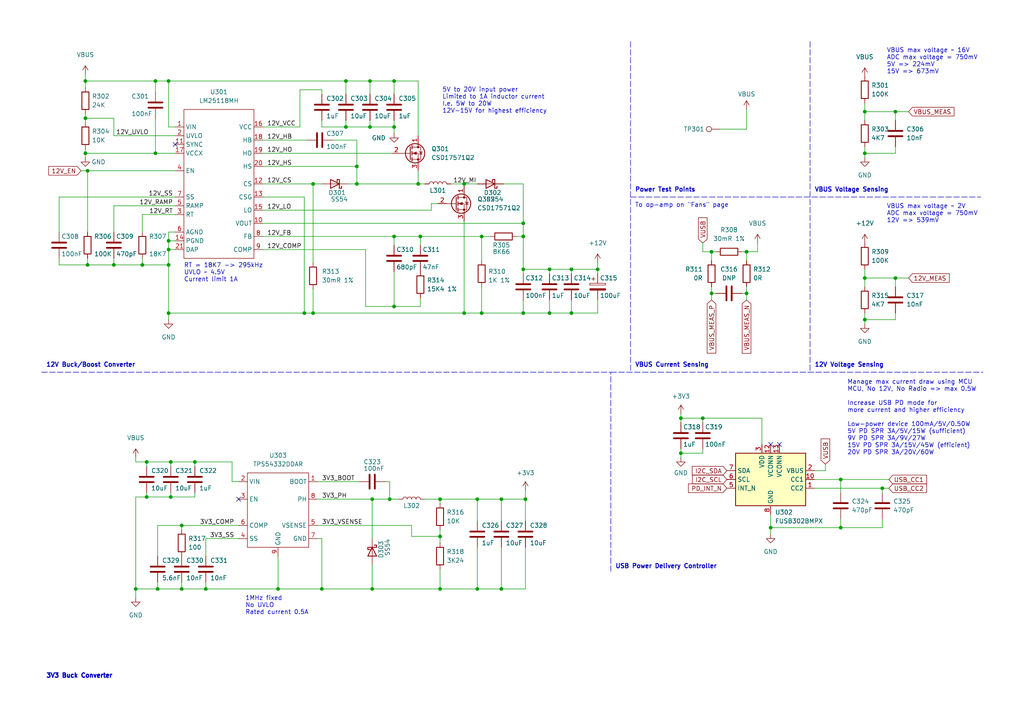
<source format=kicad_sch>
(kicad_sch (version 20211123) (generator eeschema)
  (paper "A4")
  (lib_symbols
    (symbol "Connector:TestPoint" (pin_numbers hide) (pin_names (offset 0.762) hide)
      (property "Reference" "TP" (at 0 6.858 0))
      (property "Value" "TestPoint" (at 0 5.08 0))
      (symbol "TestPoint_0_1"
        (circle (center 0 3.302) (radius 0.762))
      )
      (symbol "TestPoint_1_1"
        (pin passive line (at 0 0 90) (length 2.54) (name "1") (number "1"))
      )
    )
    (symbol "Device:C" (pin_numbers hide) (pin_names (offset 0.254))
      (property "Reference" "C" (at 0.635 2.54 0))
      (property "Value" "C" (at 0.635 -2.54 0))
      (symbol "C_0_1"
        (polyline (pts (xy -2.032 -0.762) (xy 2.032 -0.762)) (stroke (width 0.508)))
        (polyline (pts (xy -2.032 0.762) (xy 2.032 0.762)) (stroke (width 0.508)))
      )
      (symbol "C_1_1"
        (pin passive line (at 0 3.81 270) (length 2.794) (name "~") (number "1"))
        (pin passive line (at 0 -3.81 90) (length 2.794) (name "~") (number "2"))
      )
    )
    (symbol "Device:C_Polarized" (pin_numbers hide) (pin_names (offset 0.254))
      (property "Reference" "C" (at 0.635 2.54 0))
      (property "Value" "C_Polarized" (at 0.635 -2.54 0))
      (symbol "C_Polarized_0_1"
        (rectangle (start -2.286 0.508) (end 2.286 1.016))
        (polyline (pts (xy -1.778 2.286) (xy -0.762 2.286)))
        (polyline (pts (xy -1.27 2.794) (xy -1.27 1.778)))
        (rectangle (start 2.286 -0.508) (end -2.286 -1.016) (fill (type outline)))
      )
      (symbol "C_Polarized_1_1"
        (pin passive line (at 0 3.81 270) (length 2.794) (name "~") (number "1"))
        (pin passive line (at 0 -3.81 90) (length 2.794) (name "~") (number "2"))
      )
    )
    (symbol "Device:D_Schottky" (pin_numbers hide) (pin_names (offset 1.016) hide)
      (property "Reference" "D" (at 0 2.54 0))
      (property "Value" "D_Schottky" (at 0 -2.54 0))
      (symbol "D_Schottky_0_1"
        (polyline (pts (xy 1.27 0) (xy -1.27 0)))
        (polyline (pts (xy 1.27 1.27) (xy 1.27 -1.27) (xy -1.27 0) (xy 1.27 1.27)) (stroke (width 0.254)))
        (polyline (pts (xy -1.905 0.635) (xy -1.905 1.27) (xy -1.27 1.27) (xy -1.27 -1.27) (xy -0.635 -1.27) (xy -0.635 -0.635)) (stroke (width 0.254)))
      )
      (symbol "D_Schottky_1_1"
        (pin passive line (at -3.81 0 0) (length 2.54) (name "K") (number "1"))
        (pin passive line (at 3.81 0 180) (length 2.54) (name "A") (number "2"))
      )
    )
    (symbol "Device:L" (pin_numbers hide) (pin_names (offset 1.016) hide)
      (property "Reference" "L" (at -1.27 0 90))
      (property "Value" "L" (at 1.905 0 90))
      (symbol "L_0_1"
        (arc (start 0 -2.54) (mid 0.635 -1.905) (end 0 -1.27))
        (arc (start 0 -1.27) (mid 0.635 -0.635) (end 0 0))
        (arc (start 0 0) (mid 0.635 0.635) (end 0 1.27))
        (arc (start 0 1.27) (mid 0.635 1.905) (end 0 2.54))
      )
      (symbol "L_1_1"
        (pin passive line (at 0 3.81 270) (length 1.27) (name "1") (number "1"))
        (pin passive line (at 0 -3.81 90) (length 1.27) (name "2") (number "2"))
      )
    )
    (symbol "Device:Q_NMOS_DGS" (pin_names (offset 0) hide)
      (property "Reference" "Q" (at 5.08 1.27 0))
      (property "Value" "Q_NMOS_DGS" (at 5.08 -1.27 0))
      (symbol "Q_NMOS_DGS_0_1"
        (polyline (pts (xy 0.254 0) (xy -2.54 0)))
        (polyline (pts (xy 0.254 1.905) (xy 0.254 -1.905)) (stroke (width 0.254)))
        (polyline (pts (xy 0.762 -1.27) (xy 0.762 -2.286)) (stroke (width 0.254)))
        (polyline (pts (xy 0.762 0.508) (xy 0.762 -0.508)) (stroke (width 0.254)))
        (polyline (pts (xy 0.762 2.286) (xy 0.762 1.27)) (stroke (width 0.254)))
        (polyline (pts (xy 2.54 2.54) (xy 2.54 1.778)))
        (polyline (pts (xy 2.54 -2.54) (xy 2.54 0) (xy 0.762 0)))
        (polyline (pts (xy 0.762 -1.778) (xy 3.302 -1.778) (xy 3.302 1.778) (xy 0.762 1.778)))
        (polyline (pts (xy 1.016 0) (xy 2.032 0.381) (xy 2.032 -0.381) (xy 1.016 0)) (fill (type outline)))
        (polyline (pts (xy 2.794 0.508) (xy 2.921 0.381) (xy 3.683 0.381) (xy 3.81 0.254)))
        (polyline (pts (xy 3.302 0.381) (xy 2.921 -0.254) (xy 3.683 -0.254) (xy 3.302 0.381)))
        (circle (center 1.651 0) (radius 2.794) (stroke (width 0.254)))
        (circle (center 2.54 -1.778) (radius 0.254) (fill (type outline)))
        (circle (center 2.54 1.778) (radius 0.254) (fill (type outline)))
      )
      (symbol "Q_NMOS_DGS_1_1"
        (pin passive line (at 2.54 5.08 270) (length 2.54) (name "D") (number "1"))
        (pin input line (at -5.08 0 0) (length 2.54) (name "G") (number "2"))
        (pin passive line (at 2.54 -5.08 90) (length 2.54) (name "S") (number "3"))
      )
    )
    (symbol "Device:R" (pin_numbers hide) (pin_names (offset 0))
      (property "Reference" "R" (at 2.032 0 90))
      (property "Value" "R" (at 0 0 90))
      (symbol "R_0_1"
        (rectangle (start -1.016 -2.54) (end 1.016 2.54) (stroke (width 0.254)))
      )
      (symbol "R_1_1"
        (pin passive line (at 0 3.81 270) (length 1.27) (name "~") (number "1"))
        (pin passive line (at 0 -3.81 90) (length 1.27) (name "~") (number "2"))
      )
    )
    (symbol "Interface_USB:FUSB302BMPX"
      (property "Reference" "U" (at -10.16 8.89 0))
      (property "Value" "FUSB302BMPX" (at 3.81 8.89 0))
      (symbol "FUSB302BMPX_0_1"
        (rectangle (start -10.16 7.62) (end 10.16 -7.62) (stroke (width 0.254)) (fill (type background)))
      )
      (symbol "FUSB302BMPX_1_1"
        (pin bidirectional line (at 12.7 -2.54 180) (length 2.54) (name "CC2") (number "1"))
        (pin bidirectional line (at 12.7 0 180) (length 2.54) (name "CC1") (number "10"))
        (pin bidirectional line (at 12.7 0 180) (length 2.54) hide (name "CC1") (number "11"))
        (pin power_in line (at 0 10.16 270) (length 2.54) (name "VCONN") (number "12"))
        (pin power_in line (at 2.54 10.16 270) (length 2.54) (name "VCONN") (number "13"))
        (pin bidirectional line (at 12.7 -2.54 180) (length 2.54) hide (name "CC2") (number "14"))
        (pin passive line (at 0 -10.16 90) (length 2.54) hide (name "GND") (number "15"))
        (pin input line (at 12.7 2.54 180) (length 2.54) (name "VBUS") (number "2"))
        (pin power_in line (at -2.54 10.16 270) (length 2.54) (name "VDD") (number "3"))
        (pin passive line (at -2.54 10.16 270) (length 2.54) hide (name "VDD") (number "4"))
        (pin open_collector line (at -12.7 -2.54 0) (length 2.54) (name "INT_N") (number "5"))
        (pin input line (at -12.7 0 0) (length 2.54) (name "SCL") (number "6"))
        (pin bidirectional line (at -12.7 2.54 0) (length 2.54) (name "SDA") (number "7"))
        (pin power_in line (at 0 -10.16 90) (length 2.54) (name "GND") (number "8"))
        (pin passive line (at 0 -10.16 90) (length 2.54) hide (name "GND") (number "9"))
      )
    )
    (symbol "fancontroller:LM25118MH"
      (property "Reference" "U" (at 12.7 -24.13 0))
      (property "Value" "LM25118MH" (at 0 20.32 0))
      (property "LCSC" "C470962" (at 0 0 0))
      (symbol "LM25118MH_0_1"
        (rectangle (start -10.16 21.59) (end 10.16 -21.59))
      )
      (symbol "LM25118MH_1_1"
        (pin power_in line (at -12.7 16.51 0) (length 2.54) (name "VIN") (number "1"))
        (pin input line (at 12.7 -11.43 180) (length 2.54) (name "VOUT") (number "10"))
        (pin input line (at -12.7 11.43 0) (length 2.54) (name "SYNC") (number "11"))
        (pin input line (at 12.7 0 180) (length 2.54) (name "CS") (number "12"))
        (pin input line (at 12.7 -3.81 180) (length 2.54) (name "CSG") (number "13"))
        (pin power_out line (at -12.7 -16.51 0) (length 2.54) (name "PGND") (number "14"))
        (pin power_out line (at 12.7 -7.62 180) (length 2.54) (name "LO") (number "15"))
        (pin power_out line (at 12.7 16.51 180) (length 2.54) (name "VCC") (number "16"))
        (pin input line (at -12.7 8.89 0) (length 2.54) (name "VCCX") (number "17"))
        (pin bidirectional line (at 12.7 12.7 180) (length 2.54) (name "HB") (number "18"))
        (pin output line (at 12.7 8.89 180) (length 2.54) (name "HO") (number "19"))
        (pin input line (at -12.7 13.97 0) (length 2.54) (name "UVLO") (number "2"))
        (pin input line (at 12.7 5.08 180) (length 2.54) (name "HS") (number "20"))
        (pin power_out line (at -12.7 -19.05 0) (length 2.54) (name "DAP") (number "21"))
        (pin bidirectional line (at -12.7 -8.89 0) (length 2.54) (name "RT") (number "3"))
        (pin input line (at -12.7 3.81 0) (length 2.54) (name "EN") (number "4"))
        (pin bidirectional line (at -12.7 -6.35 0) (length 2.54) (name "RAMP") (number "5"))
        (pin power_out line (at -12.7 -13.97 0) (length 2.54) (name "AGND") (number "6"))
        (pin bidirectional line (at -12.7 -3.81 0) (length 2.54) (name "SS") (number "7"))
        (pin input line (at 12.7 -15.24 180) (length 2.54) (name "FB") (number "8"))
        (pin input line (at 12.7 -19.05 180) (length 2.54) (name "COMP") (number "9"))
      )
    )
    (symbol "fancontroller:TPS54332DDAR"
      (property "Reference" "U" (at 10.16 -15.24 0))
      (property "Value" "TPS54332DDAR" (at 10.16 -12.7 0))
      (property "LCSC" "C41312" (at 0 -22.86 0))
      (symbol "TPS54332DDAR_0_1"
        (rectangle (start -8.89 11.43) (end 8.89 -10.16))
      )
      (symbol "TPS54332DDAR_1_1"
        (pin input line (at 11.43 8.89 180) (length 2.54) (name "BOOT") (number "1"))
        (pin power_in line (at -11.43 8.89 0) (length 2.54) (name "VIN") (number "2"))
        (pin input line (at -11.43 3.81 0) (length 2.54) (name "EN") (number "3"))
        (pin bidirectional line (at -11.43 -7.62 0) (length 2.54) (name "SS") (number "4"))
        (pin input line (at 11.43 -3.81 180) (length 2.54) (name "VSENSE") (number "5"))
        (pin input line (at -11.43 -3.81 0) (length 2.54) (name "COMP") (number "6"))
        (pin power_in line (at 11.43 -7.62 180) (length 2.54) (name "GND") (number "7"))
        (pin power_out line (at 11.43 3.81 180) (length 2.54) (name "PH") (number "8"))
        (pin power_in line (at 0 -12.7 90) (length 2.54) (name "GND") (number "9"))
      )
    )
    (symbol "power:+12V" (power) (pin_names (offset 0))
      (property "Value" "+12V" (at 0 3.556 0))
      (symbol "+12V_0_1"
        (polyline (pts (xy -0.762 1.27) (xy 0 2.54)))
        (polyline (pts (xy 0 0) (xy 0 2.54)))
        (polyline (pts (xy 0 2.54) (xy 0.762 1.27)))
      )
      (symbol "+12V_1_1"
        (pin power_in line (at 0 0 90) (length 0) hide (name "+12V") (number "1"))
      )
    )
    (symbol "power:+3V3" (power) (pin_names (offset 0))
      (property "Value" "+3V3" (at 0 3.556 0))
      (symbol "+3V3_0_1"
        (polyline (pts (xy -0.762 1.27) (xy 0 2.54)))
        (polyline (pts (xy 0 0) (xy 0 2.54)))
        (polyline (pts (xy 0 2.54) (xy 0.762 1.27)))
      )
      (symbol "+3V3_1_1"
        (pin power_in line (at 0 0 90) (length 0) hide (name "+3V3") (number "1"))
      )
    )
    (symbol "power:GND" (power) (pin_names (offset 0))
      (property "Value" "GND" (at 0 -3.81 0))
      (symbol "GND_0_1"
        (polyline (pts (xy 0 0) (xy 0 -1.27) (xy 1.27 -1.27) (xy 0 -2.54) (xy -1.27 -1.27) (xy 0 -1.27)))
      )
      (symbol "GND_1_1"
        (pin power_in line (at 0 0 270) (length 0) hide (name "GND") (number "1"))
      )
    )
    (symbol "power:VBUS" (power) (pin_names (offset 0))
      (property "Value" "VBUS" (at 0 3.81 0))
      (symbol "VBUS_0_1"
        (polyline (pts (xy -0.762 1.27) (xy 0 2.54)))
        (polyline (pts (xy 0 0) (xy 0 2.54)))
        (polyline (pts (xy 0 2.54) (xy 0.762 1.27)))
      )
      (symbol "VBUS_1_1"
        (pin power_in line (at 0 0 90) (length 0) hide (name "VBUS") (number "1"))
      )
    )
  )
  (junction (at 25.4 49.53))
  (junction (at 206.375 73.025))
  (junction (at 216.535 73.025))
  (junction (at 259.715 80.645))
  (junction (at 145.415 170.815))
  (junction (at 39.37 170.815))
  (junction (at 33.02 76.835))
  (junction (at 134.62 53.34))
  (junction (at 250.825 92.71))
  (junction (at 103.505 53.34))
  (junction (at 45.085 23.495))
  (junction (at 45.085 44.45))
  (junction (at 145.415 144.78))
  (junction (at 259.715 32.385))
  (junction (at 24.765 44.45))
  (junction (at 216.535 85.09))
  (junction (at 49.53 144.145))
  (junction (at 88.265 90.805))
  (junction (at 56.515 133.985))
  (junction (at 250.825 32.385))
  (junction (at 48.895 76.835))
  (junction (at 49.53 133.985))
  (junction (at 197.485 131.445))
  (junction (at 243.84 139.065))
  (junction (at 48.895 72.39))
  (junction (at 139.7 90.805))
  (junction (at 48.895 69.85))
  (junction (at 45.72 170.815))
  (junction (at 113.03 144.78))
  (junction (at 159.385 90.805))
  (junction (at 138.43 170.815))
  (junction (at 80.645 170.815))
  (junction (at 250.825 44.45))
  (junction (at 139.7 68.58))
  (junction (at 151.765 64.77))
  (junction (at 59.69 170.815))
  (junction (at 24.765 23.495))
  (junction (at 52.705 170.815))
  (junction (at 203.835 121.285))
  (junction (at 151.765 90.805))
  (junction (at 107.95 144.78))
  (junction (at 159.385 78.105))
  (junction (at 100.33 36.83))
  (junction (at 48.895 90.805))
  (junction (at 107.315 23.495))
  (junction (at 90.805 53.34))
  (junction (at 42.545 144.145))
  (junction (at 138.43 144.78))
  (junction (at 103.505 48.26))
  (junction (at 165.735 90.805))
  (junction (at 114.3 36.83))
  (junction (at 114.3 68.58))
  (junction (at 250.825 80.645))
  (junction (at 197.485 121.285))
  (junction (at 41.275 76.835))
  (junction (at 114.3 88.9))
  (junction (at 107.315 36.83))
  (junction (at 100.33 23.495))
  (junction (at 25.4 76.835))
  (junction (at 243.84 153.035))
  (junction (at 223.52 153.035))
  (junction (at 151.765 78.105))
  (junction (at 206.375 85.09))
  (junction (at 151.765 68.58))
  (junction (at 107.95 170.815))
  (junction (at 48.895 23.495))
  (junction (at 93.345 170.815))
  (junction (at 127.635 144.78))
  (junction (at 173.355 78.105))
  (junction (at 52.705 152.4))
  (junction (at 127.635 170.815))
  (junction (at 121.92 68.58))
  (junction (at 255.905 141.605))
  (junction (at 152.4 144.78))
  (junction (at 90.805 90.805))
  (junction (at 121.285 53.34))
  (junction (at 42.545 133.985))
  (junction (at 24.765 34.29))
  (junction (at 127.635 155.575))
  (junction (at 114.3 23.495))
  (junction (at 165.735 78.105))
  (junction (at 134.62 90.805))
  (no_connect (at 223.52 128.905))
  (no_connect (at 226.06 128.905))
  (no_connect (at 50.8 41.91))
  (no_connect (at 69.215 144.78))
  (wire (pts (xy 107.95 144.78) (xy 113.03 144.78)))
  (wire (pts (xy 88.265 90.805) (xy 90.805 90.805)))
  (wire (pts (xy 25.4 49.53) (xy 50.8 49.53)))
  (wire (pts (xy 107.95 163.83) (xy 107.95 170.815)))
  (wire (pts (xy 100.965 53.34) (xy 103.505 53.34)))
  (wire (pts (xy 216.535 85.09) (xy 216.535 86.995)))
  (wire (pts (xy 250.825 32.385) (xy 259.715 32.385)))
  (wire (pts (xy 113.03 144.78) (xy 113.03 139.7)))
  (wire (pts (xy 259.715 44.45) (xy 259.715 42.545)))
  (wire (pts (xy 197.485 131.445) (xy 203.835 131.445)))
  (wire (pts (xy 139.7 68.58) (xy 142.24 68.58)))
  (wire (pts (xy 197.485 122.555) (xy 197.485 121.285)))
  (wire (pts (xy 203.835 73.025) (xy 206.375 73.025)))
  (wire (pts (xy 90.805 90.805) (xy 134.62 90.805)))
  (wire (pts (xy 203.835 70.485) (xy 203.835 73.025)))
  (wire (pts (xy 114.3 78.74) (xy 114.3 88.9)))
  (wire (pts (xy 76.2 57.15) (xy 88.265 57.15)))
  (wire (pts (xy 159.385 79.375) (xy 159.385 78.105)))
  (wire (pts (xy 145.415 144.78) (xy 152.4 144.78)))
  (wire (pts (xy 33.02 76.835) (xy 41.275 76.835)))
  (wire (pts (xy 100.33 23.495) (xy 107.315 23.495)))
  (wire (pts (xy 121.285 53.34) (xy 123.19 53.34)))
  (wire (pts (xy 76.2 36.83) (xy 86.995 36.83)))
  (wire (pts (xy 67.31 133.985) (xy 67.31 139.7)))
  (polyline (pts (xy 182.88 57.15) (xy 284.48 57.15)))
  (wire (pts (xy 159.385 86.995) (xy 159.385 90.805)))
  (wire (pts (xy 93.345 27.305) (xy 93.345 26.035)))
  (wire (pts (xy 56.515 142.875) (xy 56.515 144.145)))
  (wire (pts (xy 39.37 144.145) (xy 39.37 170.815)))
  (wire (pts (xy 121.92 88.9) (xy 121.92 86.36)))
  (wire (pts (xy 33.02 39.37) (xy 50.8 39.37)))
  (wire (pts (xy 103.505 40.64) (xy 103.505 48.26)))
  (wire (pts (xy 103.505 53.34) (xy 121.285 53.34)))
  (wire (pts (xy 48.895 72.39) (xy 48.895 76.835)))
  (wire (pts (xy 59.69 156.21) (xy 59.69 161.29)))
  (wire (pts (xy 45.72 161.29) (xy 45.72 152.4)))
  (wire (pts (xy 107.315 23.495) (xy 107.315 27.305)))
  (wire (pts (xy 48.895 72.39) (xy 50.8 72.39)))
  (wire (pts (xy 223.52 153.035) (xy 223.52 154.94)))
  (wire (pts (xy 165.735 78.105) (xy 165.735 79.375)))
  (wire (pts (xy 138.43 144.78) (xy 138.43 151.13)))
  (wire (pts (xy 114.3 36.83) (xy 114.3 38.735)))
  (wire (pts (xy 243.84 153.035) (xy 255.905 153.035)))
  (wire (pts (xy 250.825 80.645) (xy 259.715 80.645)))
  (wire (pts (xy 134.62 53.975) (xy 134.62 53.34)))
  (wire (pts (xy 250.825 44.45) (xy 250.825 45.72)))
  (wire (pts (xy 145.415 144.78) (xy 138.43 144.78)))
  (wire (pts (xy 42.545 144.145) (xy 42.545 142.875)))
  (wire (pts (xy 243.84 153.035) (xy 243.84 150.495)))
  (wire (pts (xy 259.715 32.385) (xy 259.715 34.925)))
  (wire (pts (xy 76.2 44.45) (xy 113.665 44.45)))
  (wire (pts (xy 39.37 133.985) (xy 42.545 133.985)))
  (wire (pts (xy 45.72 152.4) (xy 52.705 152.4)))
  (wire (pts (xy 25.4 76.835) (xy 33.02 76.835)))
  (wire (pts (xy 223.52 153.035) (xy 243.84 153.035)))
  (wire (pts (xy 100.33 36.83) (xy 107.315 36.83)))
  (wire (pts (xy 145.415 170.815) (xy 152.4 170.815)))
  (wire (pts (xy 24.765 44.45) (xy 45.085 44.45)))
  (wire (pts (xy 216.535 83.185) (xy 216.535 85.09)))
  (wire (pts (xy 215.265 85.09) (xy 216.535 85.09)))
  (wire (pts (xy 56.515 133.985) (xy 56.515 135.255)))
  (wire (pts (xy 250.825 78.105) (xy 250.825 80.645)))
  (wire (pts (xy 250.825 32.385) (xy 250.825 34.925)))
  (wire (pts (xy 48.895 72.39) (xy 48.895 69.85)))
  (wire (pts (xy 100.33 27.305) (xy 100.33 23.495)))
  (wire (pts (xy 41.275 76.835) (xy 48.895 76.835)))
  (wire (pts (xy 106.045 72.39) (xy 106.045 88.9)))
  (wire (pts (xy 138.43 158.75) (xy 138.43 170.815)))
  (wire (pts (xy 48.895 67.31) (xy 50.8 67.31)))
  (wire (pts (xy 127.635 165.1) (xy 127.635 170.815)))
  (wire (pts (xy 121.92 68.58) (xy 139.7 68.58)))
  (wire (pts (xy 50.8 62.23) (xy 41.275 62.23)))
  (wire (pts (xy 48.895 90.805) (xy 48.895 92.71)))
  (wire (pts (xy 92.075 144.78) (xy 107.95 144.78)))
  (wire (pts (xy 48.895 23.495) (xy 48.895 36.83)))
  (wire (pts (xy 255.905 153.035) (xy 255.905 150.495)))
  (wire (pts (xy 151.765 53.34) (xy 151.765 64.77)))
  (wire (pts (xy 121.285 49.53) (xy 121.285 53.34)))
  (wire (pts (xy 48.895 36.83) (xy 50.8 36.83)))
  (wire (pts (xy 114.3 36.83) (xy 114.3 34.925)))
  (wire (pts (xy 48.895 23.495) (xy 100.33 23.495)))
  (wire (pts (xy 76.2 40.64) (xy 88.9 40.64)))
  (wire (pts (xy 92.075 152.4) (xy 119.38 152.4)))
  (wire (pts (xy 125.095 59.055) (xy 127 59.055)))
  (wire (pts (xy 45.085 23.495) (xy 48.895 23.495)))
  (wire (pts (xy 24.765 23.495) (xy 24.765 25.4)))
  (wire (pts (xy 49.53 142.875) (xy 49.53 144.145)))
  (wire (pts (xy 106.045 88.9) (xy 114.3 88.9)))
  (wire (pts (xy 145.415 158.75) (xy 145.415 170.815)))
  (wire (pts (xy 25.4 74.93) (xy 25.4 76.835)))
  (wire (pts (xy 52.705 170.815) (xy 45.72 170.815)))
  (wire (pts (xy 219.71 70.485) (xy 219.71 73.025)))
  (wire (pts (xy 90.805 53.34) (xy 93.345 53.34)))
  (wire (pts (xy 152.4 144.78) (xy 152.4 151.13)))
  (wire (pts (xy 92.075 139.7) (xy 104.14 139.7)))
  (wire (pts (xy 76.2 68.58) (xy 114.3 68.58)))
  (wire (pts (xy 76.2 60.96) (xy 125.095 60.96)))
  (wire (pts (xy 45.72 170.815) (xy 45.72 168.91)))
  (wire (pts (xy 45.085 23.495) (xy 45.085 26.67)))
  (wire (pts (xy 107.315 36.83) (xy 114.3 36.83)))
  (wire (pts (xy 255.905 141.605) (xy 257.81 141.605)))
  (wire (pts (xy 159.385 90.805) (xy 165.735 90.805)))
  (wire (pts (xy 216.535 73.025) (xy 219.71 73.025)))
  (wire (pts (xy 93.345 156.21) (xy 93.345 170.815)))
  (wire (pts (xy 67.31 139.7) (xy 69.215 139.7)))
  (wire (pts (xy 42.545 144.145) (xy 39.37 144.145)))
  (wire (pts (xy 208.915 37.465) (xy 216.535 37.465)))
  (wire (pts (xy 24.765 33.02) (xy 24.765 34.29)))
  (wire (pts (xy 206.375 83.185) (xy 206.375 85.09)))
  (wire (pts (xy 173.355 76.2) (xy 173.355 78.105)))
  (wire (pts (xy 134.62 53.34) (xy 138.43 53.34)))
  (wire (pts (xy 39.37 132.715) (xy 39.37 133.985)))
  (wire (pts (xy 259.715 80.645) (xy 263.525 80.645)))
  (wire (pts (xy 134.62 64.135) (xy 134.62 90.805)))
  (wire (pts (xy 42.545 133.985) (xy 42.545 135.255)))
  (wire (pts (xy 127.635 170.815) (xy 138.43 170.815)))
  (wire (pts (xy 216.535 37.465) (xy 216.535 31.75)))
  (wire (pts (xy 33.02 34.29) (xy 33.02 39.37)))
  (wire (pts (xy 173.355 78.105) (xy 173.355 79.375)))
  (wire (pts (xy 33.02 74.93) (xy 33.02 76.835)))
  (wire (pts (xy 113.03 144.78) (xy 115.57 144.78)))
  (wire (pts (xy 24.765 21.59) (xy 24.765 23.495)))
  (wire (pts (xy 24.765 34.29) (xy 24.765 35.56)))
  (wire (pts (xy 139.7 75.565) (xy 139.7 68.58)))
  (wire (pts (xy 203.835 121.285) (xy 220.98 121.285)))
  (wire (pts (xy 93.345 34.925) (xy 93.345 36.83)))
  (wire (pts (xy 114.3 23.495) (xy 114.3 27.305)))
  (wire (pts (xy 236.22 139.065) (xy 243.84 139.065)))
  (wire (pts (xy 41.275 62.23) (xy 41.275 67.31)))
  (wire (pts (xy 41.275 74.93) (xy 41.275 76.835)))
  (wire (pts (xy 145.415 144.78) (xy 145.415 151.13)))
  (wire (pts (xy 92.075 156.21) (xy 93.345 156.21)))
  (wire (pts (xy 24.765 34.29) (xy 33.02 34.29)))
  (wire (pts (xy 45.085 34.29) (xy 45.085 44.45)))
  (wire (pts (xy 93.345 36.83) (xy 100.33 36.83)))
  (wire (pts (xy 151.765 90.805) (xy 159.385 90.805)))
  (wire (pts (xy 48.895 69.85) (xy 50.8 69.85)))
  (wire (pts (xy 24.765 44.45) (xy 24.765 45.72)))
  (wire (pts (xy 100.33 36.83) (xy 100.33 34.925)))
  (wire (pts (xy 223.52 149.225) (xy 223.52 153.035)))
  (wire (pts (xy 17.145 57.15) (xy 50.8 57.15)))
  (wire (pts (xy 121.285 23.495) (xy 114.3 23.495)))
  (wire (pts (xy 96.52 40.64) (xy 103.505 40.64)))
  (wire (pts (xy 76.2 72.39) (xy 106.045 72.39)))
  (wire (pts (xy 56.515 144.145) (xy 49.53 144.145)))
  (wire (pts (xy 59.69 168.91) (xy 59.69 170.815)))
  (wire (pts (xy 33.02 59.69) (xy 33.02 67.31)))
  (wire (pts (xy 76.2 48.26) (xy 103.505 48.26)))
  (wire (pts (xy 206.375 85.09) (xy 207.645 85.09)))
  (wire (pts (xy 52.705 170.815) (xy 52.705 168.91)))
  (wire (pts (xy 59.69 170.815) (xy 52.705 170.815)))
  (polyline (pts (xy 234.95 12.065) (xy 234.95 107.95)))
  (wire (pts (xy 42.545 144.145) (xy 49.53 144.145)))
  (wire (pts (xy 103.505 48.26) (xy 103.505 53.34)))
  (wire (pts (xy 149.86 68.58) (xy 151.765 68.58)))
  (wire (pts (xy 39.37 173.355) (xy 39.37 170.815)))
  (polyline (pts (xy 182.88 12.065) (xy 182.88 107.95)))
  (wire (pts (xy 49.53 133.985) (xy 49.53 135.255)))
  (polyline (pts (xy 12.065 107.95) (xy 177.165 107.95)))
  (wire (pts (xy 86.995 26.035) (xy 93.345 26.035)))
  (wire (pts (xy 151.765 68.58) (xy 151.765 78.105)))
  (wire (pts (xy 151.765 68.58) (xy 151.765 64.77)))
  (wire (pts (xy 80.645 170.815) (xy 93.345 170.815)))
  (wire (pts (xy 236.22 141.605) (xy 255.905 141.605)))
  (wire (pts (xy 250.825 44.45) (xy 259.715 44.45)))
  (wire (pts (xy 90.805 83.82) (xy 90.805 90.805)))
  (wire (pts (xy 259.715 32.385) (xy 263.525 32.385)))
  (wire (pts (xy 127.635 144.78) (xy 138.43 144.78)))
  (wire (pts (xy 130.81 53.34) (xy 134.62 53.34)))
  (wire (pts (xy 138.43 170.815) (xy 145.415 170.815)))
  (wire (pts (xy 197.485 131.445) (xy 197.485 132.715)))
  (wire (pts (xy 125.095 60.96) (xy 125.095 59.055)))
  (wire (pts (xy 139.7 90.805) (xy 151.765 90.805)))
  (wire (pts (xy 250.825 42.545) (xy 250.825 44.45)))
  (wire (pts (xy 119.38 152.4) (xy 119.38 155.575)))
  (wire (pts (xy 259.715 80.645) (xy 259.715 83.185)))
  (wire (pts (xy 250.825 29.845) (xy 250.825 32.385)))
  (wire (pts (xy 239.395 134.62) (xy 239.395 136.525)))
  (wire (pts (xy 76.2 64.77) (xy 151.765 64.77)))
  (wire (pts (xy 127.635 144.78) (xy 127.635 146.05)))
  (wire (pts (xy 88.265 57.15) (xy 88.265 90.805)))
  (wire (pts (xy 17.145 57.15) (xy 17.145 67.31)))
  (wire (pts (xy 25.4 49.53) (xy 25.4 67.31)))
  (wire (pts (xy 121.285 23.495) (xy 121.285 39.37)))
  (wire (pts (xy 203.835 131.445) (xy 203.835 130.175)))
  (wire (pts (xy 119.38 155.575) (xy 127.635 155.575)))
  (wire (pts (xy 90.805 53.34) (xy 90.805 76.2)))
  (wire (pts (xy 152.4 142.24) (xy 152.4 144.78)))
  (wire (pts (xy 255.905 141.605) (xy 255.905 142.875)))
  (wire (pts (xy 165.735 86.995) (xy 165.735 90.805)))
  (wire (pts (xy 24.765 43.18) (xy 24.765 44.45)))
  (wire (pts (xy 76.2 53.34) (xy 90.805 53.34)))
  (wire (pts (xy 52.705 152.4) (xy 52.705 153.67)))
  (wire (pts (xy 236.22 136.525) (xy 239.395 136.525)))
  (wire (pts (xy 114.3 88.9) (xy 121.92 88.9)))
  (wire (pts (xy 139.7 83.185) (xy 139.7 90.805)))
  (wire (pts (xy 165.735 78.105) (xy 173.355 78.105)))
  (wire (pts (xy 17.145 76.835) (xy 25.4 76.835)))
  (wire (pts (xy 48.895 90.805) (xy 88.265 90.805)))
  (wire (pts (xy 165.735 90.805) (xy 173.355 90.805)))
  (wire (pts (xy 93.345 170.815) (xy 107.95 170.815)))
  (wire (pts (xy 206.375 73.025) (xy 206.375 75.565)))
  (polyline (pts (xy 177.165 165.735) (xy 177.165 107.95)))
  (wire (pts (xy 80.645 161.29) (xy 80.645 170.815)))
  (wire (pts (xy 243.84 139.065) (xy 257.81 139.065)))
  (wire (pts (xy 152.4 158.75) (xy 152.4 170.815)))
  (wire (pts (xy 23.495 49.53) (xy 25.4 49.53)))
  (wire (pts (xy 59.69 156.21) (xy 69.215 156.21)))
  (wire (pts (xy 121.92 68.58) (xy 121.92 71.12)))
  (wire (pts (xy 123.19 144.78) (xy 127.635 144.78)))
  (wire (pts (xy 159.385 78.105) (xy 165.735 78.105)))
  (wire (pts (xy 250.825 92.71) (xy 250.825 93.98)))
  (wire (pts (xy 215.265 73.025) (xy 216.535 73.025)))
  (wire (pts (xy 114.3 68.58) (xy 121.92 68.58)))
  (wire (pts (xy 17.145 74.93) (xy 17.145 76.835)))
  (wire (pts (xy 107.315 36.83) (xy 107.315 34.925)))
  (wire (pts (xy 49.53 133.985) (xy 56.515 133.985)))
  (wire (pts (xy 107.315 23.495) (xy 114.3 23.495)))
  (wire (pts (xy 216.535 73.025) (xy 216.535 75.565)))
  (wire (pts (xy 206.375 73.025) (xy 207.645 73.025)))
  (wire (pts (xy 45.085 44.45) (xy 50.8 44.45)))
  (wire (pts (xy 250.825 92.71) (xy 259.715 92.71)))
  (wire (pts (xy 107.95 170.815) (xy 127.635 170.815)))
  (wire (pts (xy 86.995 36.83) (xy 86.995 26.035)))
  (wire (pts (xy 50.8 59.69) (xy 33.02 59.69)))
  (wire (pts (xy 243.84 139.065) (xy 243.84 142.875)))
  (wire (pts (xy 173.355 86.995) (xy 173.355 90.805)))
  (wire (pts (xy 42.545 133.985) (xy 49.53 133.985)))
  (wire (pts (xy 111.76 139.7) (xy 113.03 139.7)))
  (wire (pts (xy 107.95 144.78) (xy 107.95 156.21)))
  (wire (pts (xy 151.765 78.105) (xy 151.765 79.375)))
  (wire (pts (xy 56.515 133.985) (xy 67.31 133.985)))
  (wire (pts (xy 59.69 170.815) (xy 80.645 170.815)))
  (wire (pts (xy 206.375 85.09) (xy 206.375 86.995)))
  (wire (pts (xy 146.05 53.34) (xy 151.765 53.34)))
  (wire (pts (xy 250.825 80.645) (xy 250.825 83.185)))
  (wire (pts (xy 114.3 68.58) (xy 114.3 71.12)))
  (wire (pts (xy 197.485 120.015) (xy 197.485 121.285)))
  (wire (pts (xy 203.835 121.285) (xy 203.835 122.555)))
  (wire (pts (xy 127.635 153.67) (xy 127.635 155.575)))
  (polyline (pts (xy 177.165 107.95) (xy 285.115 107.95)))
  (wire (pts (xy 52.705 152.4) (xy 69.215 152.4)))
  (wire (pts (xy 220.98 121.285) (xy 220.98 128.905)))
  (wire (pts (xy 48.895 69.85) (xy 48.895 67.31)))
  (wire (pts (xy 197.485 130.175) (xy 197.485 131.445)))
  (wire (pts (xy 197.485 121.285) (xy 203.835 121.285)))
  (wire (pts (xy 48.895 76.835) (xy 48.895 90.805)))
  (wire (pts (xy 127.635 155.575) (xy 127.635 157.48)))
  (wire (pts (xy 259.715 92.71) (xy 259.715 90.805)))
  (wire (pts (xy 134.62 90.805) (xy 139.7 90.805)))
  (wire (pts (xy 159.385 78.105) (xy 151.765 78.105)))
  (wire (pts (xy 151.765 86.995) (xy 151.765 90.805)))
  (wire (pts (xy 250.825 90.805) (xy 250.825 92.71)))
  (wire (pts (xy 39.37 170.815) (xy 45.72 170.815)))
  (wire (pts (xy 24.765 23.495) (xy 45.085 23.495)))
  (text "VBUS Voltage Sensing" (at 236.22 55.88 0) (effects (font (size 1.27 1.27) (thickness 0.254) bold) (justify left bottom)))
  (text "RT = 18K7 -> 295kHz\nUVLO ~ 4.5V\nCurrent limit 1A" (at 53.34 81.915 0) (effects (font (size 1.27 1.27)) (justify left bottom)))
  (text "1MHz fixed\nNo UVLO\nRated current 0.5A" (at 71.12 178.435 0) (effects (font (size 1.27 1.27)) (justify left bottom)))
  (text "3V3 Buck Converter" (at 13.335 196.85 0) (effects (font (size 1.27 1.27) (thickness 0.6) bold) (justify left bottom)))
  (text "VBUS max voltage ~ 16V\nADC max voltage = 750mV\n5V => 224mV\n15V => 673mV" (at 257.175 21.59 0) (effects (font (size 1.27 1.27)) (justify left bottom)))
  (text "12V Buck/Boost Converter" (at 13.335 106.68 0) (effects (font (size 1.27 1.27) bold) (justify left bottom)))
  (text "USB Power Delivery Controller" (at 178.435 165.1 0) (effects (font (size 1.27 1.27) (thickness 0.254) bold) (justify left bottom)))
  (text "VBUS Current Sensing" (at 184.15 106.68 0) (effects (font (size 1.27 1.27) (thickness 0.254) bold) (justify left bottom)))
  (text "To op-amp on \"Fans\" page" (at 184.15 60.325 0) (effects (font (size 1.27 1.27)) (justify left bottom)))
  (text "5V to 20V input power\nLimited to 1A inductor current\nI.e. 5W to 20W\n12V-15V for highest efficiency" (at 128.27 33.02 0) (effects (font (size 1.27 1.27)) (justify left bottom)))
  (text "12V Voltage Sensing" (at 236.22 106.68 0) (effects (font (size 1.27 1.27) (thickness 0.254) bold) (justify left bottom)))
  (text "VBUS max voltage ~ 2V\nADC max voltage = 750mV\n12V => 539mV\n" (at 257.175 64.77 0) (effects (font (size 1.27 1.27)) (justify left bottom)))
  (text "Manage max current draw using MCU\nMCU, No 12V, No Radio => max 0.5W\n\nIncrease USB PD mode for\nmore current and higher efficiency\n\nLow-power device 100mA/5V/0.50W\n5V PD SPR 3A/5V/15W (sufficient)\n9V PD SPR 3A/9V/27W\n15V PD SPR 3A/15V/45W (efficient)\n20V PD SPR 3A/20V/60W" (at 245.745 132.08 0) (effects (font (size 1.27 1.27)) (justify left bottom)))
  (text "Power Test Points" (at 184.15 55.88 0) (effects (font (size 1.27 1.27) (thickness 0.254) bold) (justify left bottom)))
  (label "3V3_VSENSE" (at 93.345 152.4 0))
  (label "3V3_BOOT" (at 93.345 139.7 0))
  (label "3V3_PH" (at 93.345 144.78 0))
  (label "12V_HO" (at 77.47 44.45 0))
  (label "12V_VCC" (at 77.47 36.83 0))
  (label "12V_RAMP" (at 50.165 59.69 180))
  (label "12V_UVLO" (at 33.655 39.37 0))
  (label "12V_SS" (at 50.165 57.15 180))
  (label "12V_HS" (at 77.47 48.26 0))
  (label "12V_RT" (at 50.165 62.23 180))
  (label "12V_MI" (at 131.445 53.34 0))
  (label "3V3_COMP" (at 67.945 152.4 180))
  (label "12V_FB" (at 77.47 68.58 0))
  (label "3V3_SS" (at 67.945 156.21 180))
  (label "12V_LO" (at 77.47 60.96 0))
  (label "12V_HB" (at 77.47 40.64 0))
  (label "12V_CS" (at 77.47 53.34 0))
  (label "12V_COMP" (at 77.47 72.39 0))
  (global_label "VBUS_MEAS" (shape input) (at 263.525 32.385 0) (property "Intersheet References" "${INTERSHEET_REFS}" (at 276.7029 32.4644 0) (effects (justify left))))
  (global_label "PD_INT_N" (shape input) (at 210.82 141.605 180) (property "Intersheet References" "${INTERSHEET_REFS}" (at 199.6983 141.5256 0) (effects (justify right))))
  (global_label "12V_EN" (shape input) (at 23.495 49.53 180) (property "Intersheet References" "${INTERSHEET_REFS}" (at 14.1271 49.4506 0) (effects (justify right))))
  (global_label "VBUS_MEAS_P" (shape input) (at 206.375 86.995 270) (property "Intersheet References" "${INTERSHEET_REFS}" (at 206.2956 102.4105 90) (effects (justify right))))
  (global_label "VUSB" (shape input) (at 239.395 134.62 90) (property "Intersheet References" "${INTERSHEET_REFS}" (at 239.4744 127.3083 90) (effects (justify left))))
  (global_label "I2C_SCL" (shape input) (at 210.82 139.065 180) (property "Intersheet References" "${INTERSHEET_REFS}" (at 200.8474 138.9856 0) (effects (justify right))))
  (global_label "USB_CC2" (shape input) (at 257.81 141.605 0) (property "Intersheet References" "${INTERSHEET_REFS}" (at 268.7502 141.5256 0) (effects (justify left))))
  (global_label "VBUS_MEAS_N" (shape input) (at 216.535 86.995 270) (property "Intersheet References" "${INTERSHEET_REFS}" (at 216.4556 102.471 90) (effects (justify right))))
  (global_label "12V_MEAS" (shape input) (at 263.525 80.645 0) (property "Intersheet References" "${INTERSHEET_REFS}" (at 275.3119 80.5656 0) (effects (justify left))))
  (global_label "VUSB" (shape input) (at 203.835 70.485 90) (property "Intersheet References" "${INTERSHEET_REFS}" (at 203.9144 63.1733 90) (effects (justify left))))
  (global_label "USB_CC1" (shape input) (at 257.81 139.065 0) (property "Intersheet References" "${INTERSHEET_REFS}" (at 268.7502 138.9856 0) (effects (justify left))))
  (global_label "I2C_SDA" (shape input) (at 210.82 136.525 180) (property "Intersheet References" "${INTERSHEET_REFS}" (at 200.7869 136.4456 0) (effects (justify right))))
  (symbol (lib_id "Device:Q_NMOS_DGS") (at 132.08 59.055 0) (unit 1)
    (property "Reference" "Q302" (at 138.43 57.7849 0) (effects (justify left)))
    (property "Value" "CSD17571Q2" (at 138.43 60.3249 0) (effects (justify left)))
    (property "Footprint" "fancontroller:CSD17571Q2" (effects hide))
    (property "LCSC" "C962382" (effects hide))
  )
  (symbol (lib_id "power:VBUS") (at 216.535 31.75 0) (unit 1)
    (property "Reference" "#PWR0303" (effects hide))
    (property "Value" "VBUS" (at 216.535 27.305 0))
  )
  (symbol (lib_id "Device:C") (at 107.315 31.115 0) (unit 1)
    (property "Reference" "C304" (at 108.585 28.575 0) (effects (justify left)))
    (property "Value" "10uF" (at 108.585 33.655 0) (effects (justify left)))
    (property "Footprint" "Capacitor_SMD:C_0805_2012Metric" (effects hide))
    (property "LCSC" "C15850" (effects hide))
  )
  (symbol (lib_id "Device:R") (at 52.705 157.48 180) (unit 1)
    (property "Reference" "R317" (at 54.61 156.2099 0) (effects (justify right)))
    (property "Value" "100" (at 54.61 158.7499 0) (effects (justify right)))
    (property "Footprint" "Resistor_SMD:R_0402_1005Metric" (effects hide))
    (property "LCSC" "C25076" (effects hide))
  )
  (symbol (lib_id "power:VBUS") (at 250.825 22.225 0) (unit 1)
    (property "Reference" "#PWR0302" (effects hide))
    (property "Value" "VBUS" (at 250.825 16.51 0))
  )
  (symbol (lib_id "power:+12V") (at 173.355 76.2 0) (unit 1)
    (property "Reference" "#PWR0309" (effects hide))
    (property "Value" "+12V" (at 173.355 70.485 0))
  )
  (symbol (lib_id "Device:C") (at 243.84 146.685 0) (unit 1)
    (property "Reference" "C324" (at 247.015 145.4149 0) (effects (justify left)))
    (property "Value" "470pF" (at 247.015 147.9549 0) (effects (justify left)))
    (property "Footprint" "Capacitor_SMD:C_0402_1005Metric" (effects hide))
    (property "LCSC" "C1537" (effects hide))
  )
  (symbol (lib_id "Device:C") (at 56.515 139.065 0) (unit 1)
    (property "Reference" "C322" (at 57.785 136.525 0) (effects (justify left)))
    (property "Value" "1uF" (at 57.785 141.605 0) (effects (justify left)))
    (property "Footprint" "Capacitor_SMD:C_0402_1005Metric" (effects hide))
    (property "LCSC" "C52923" (effects hide))
  )
  (symbol (lib_id "Device:R") (at 90.805 80.01 180) (unit 1)
    (property "Reference" "R313" (at 93.345 78.7399 0) (effects (justify right)))
    (property "Value" "30mR 1%" (at 93.345 81.2799 0) (effects (justify right)))
    (property "Footprint" "Resistor_SMD:R_0805_2012Metric" (effects hide))
    (property "LCSC" "C247605" (effects hide))
  )
  (symbol (lib_id "Device:C") (at 211.455 85.09 90) (unit 1) (in_bom no)
    (property "Reference" "C316" (at 211.455 78.105 90))
    (property "Value" "DNP" (at 211.455 80.645 90))
    (property "Footprint" "Capacitor_SMD:C_0402_1005Metric" (effects hide))
  )
  (symbol (lib_id "power:VBUS") (at 24.765 21.59 0) (unit 1)
    (property "Reference" "#PWR0301" (effects hide))
    (property "Value" "VBUS" (at 24.765 15.875 0))
  )
  (symbol (lib_id "Device:R") (at 250.825 86.995 0) (unit 1)
    (property "Reference" "R315" (at 252.73 85.7249 0) (effects (justify left)))
    (property "Value" "4K7" (at 252.73 88.2649 0) (effects (justify left)))
    (property "Footprint" "Resistor_SMD:R_0402_1005Metric" (effects hide))
    (property "LCSC" "C25900" (effects hide))
  )
  (symbol (lib_id "power:+3V3") (at 152.4 142.24 0) (unit 1)
    (property "Reference" "#PWR0315" (effects hide))
    (property "Value" "+3V3" (at 152.4 137.16 0))
  )
  (symbol (lib_id "Device:C") (at 259.715 86.995 0) (unit 1)
    (property "Reference" "C317" (at 262.89 85.725 0) (effects (justify left)))
    (property "Value" "10nF" (at 262.89 88.265 0) (effects (justify left)))
    (property "Footprint" "Capacitor_SMD:C_0402_1005Metric" (effects hide))
    (property "LCSC" "C15195" (effects hide))
  )
  (symbol (lib_id "Device:C") (at 33.02 71.12 0) (unit 1)
    (property "Reference" "C309" (at 33.655 68.58 0) (effects (justify left)))
    (property "Value" "470pF" (at 33.655 73.66 0) (effects (justify left)))
    (property "Footprint" "Capacitor_SMD:C_0402_1005Metric" (effects hide))
    (property "LCSC" "C1537" (effects hide))
  )
  (symbol (lib_id "Connector:TestPoint") (at 208.915 37.465 90) (unit 1)
    (property "Reference" "TP301" (at 201.295 37.465 90))
    (property "Value" "TestPoint" (effects hide))
    (property "Footprint" "TestPoint:TestPoint_THTPad_D1.0mm_Drill0.5mm" (effects hide))
  )
  (symbol (lib_id "Device:C") (at 45.085 30.48 0) (unit 1)
    (property "Reference" "C301" (at 38.1 27.94 0) (effects (justify left)))
    (property "Value" "100nF" (at 38.1 33.02 0) (effects (justify left)))
    (property "Footprint" "Capacitor_SMD:C_0402_1005Metric" (effects hide))
    (property "LCSC" "C307331" (effects hide))
  )
  (symbol (lib_id "Device:C") (at 49.53 139.065 0) (unit 1)
    (property "Reference" "C321" (at 50.8 136.525 0) (effects (justify left)))
    (property "Value" "10uF" (at 50.8 141.605 0) (effects (justify left)))
    (property "Footprint" "Capacitor_SMD:C_0805_2012Metric" (effects hide))
    (property "LCSC" "C15850" (effects hide))
  )
  (symbol (lib_id "Device:C_Polarized") (at 173.355 83.185 0) (unit 1)
    (property "Reference" "C315" (at 173.99 80.645 0) (effects (justify left)))
    (property "Value" "100uF" (at 173.99 85.725 0) (effects (justify left)))
    (property "Footprint" "Capacitor_SMD:CP_Elec_6.3x7.7" (effects hide))
    (property "LCSC" "C3339" (effects hide))
  )
  (symbol (lib_id "Device:D_Schottky") (at 142.24 53.34 180) (unit 1)
    (property "Reference" "D302" (at 142.875 55.88 0))
    (property "Value" "SS54" (at 143.51 57.785 0))
    (property "Footprint" "Diode_SMD:D_SMA" (effects hide))
    (property "LCSC" "C22452" (effects hide))
  )
  (symbol (lib_id "Device:R") (at 250.825 74.295 180) (unit 1)
    (property "Reference" "R309" (at 252.73 73.025 0) (effects (justify right)))
    (property "Value" "100K" (at 252.73 75.565 0) (effects (justify right)))
    (property "Footprint" "Resistor_SMD:R_0402_1005Metric" (effects hide))
    (property "LCSC" "C25741" (effects hide))
  )
  (symbol (lib_id "Device:C") (at 203.835 126.365 0) (unit 1)
    (property "Reference" "C319" (at 204.47 123.825 0) (effects (justify left)))
    (property "Value" "100nF" (at 204.47 128.905 0) (effects (justify left)))
    (property "Footprint" "Capacitor_SMD:C_0402_1005Metric" (effects hide))
    (property "LCSC" "C307331" (effects hide))
  )
  (symbol (lib_id "power:GND") (at 114.3 38.735 0) (unit 1)
    (property "Reference" "#PWR0304" (effects hide))
    (property "Value" "GND" (at 109.855 40.005 0))
  )
  (symbol (lib_id "Device:C") (at 138.43 154.94 0) (unit 1)
    (property "Reference" "C326" (at 139.7 152.4 0) (effects (justify left)))
    (property "Value" "1uF" (at 139.7 157.48 0) (effects (justify left)))
    (property "Footprint" "Capacitor_SMD:C_0402_1005Metric" (effects hide))
    (property "LCSC" "C52923" (effects hide))
  )
  (symbol (lib_id "Device:R") (at 24.765 29.21 0) (unit 1)
    (property "Reference" "R302" (at 26.67 27.9399 0) (effects (justify left)))
    (property "Value" "24K" (at 26.67 30.4799 0) (effects (justify left)))
    (property "Footprint" "Resistor_SMD:R_0402_1005Metric" (effects hide))
    (property "LCSC" "C25769" (effects hide))
  )
  (symbol (lib_id "Device:C") (at 197.485 126.365 0) (unit 1)
    (property "Reference" "C318" (at 198.12 123.825 0) (effects (justify left)))
    (property "Value" "1uF" (at 198.12 128.905 0) (effects (justify left)))
    (property "Footprint" "Capacitor_SMD:C_0402_1005Metric" (effects hide))
    (property "LCSC" "C52923" (effects hide))
  )
  (symbol (lib_id "Device:R") (at 250.825 38.735 0) (unit 1)
    (property "Reference" "R303" (at 252.73 37.4649 0) (effects (justify left)))
    (property "Value" "4K7" (at 252.73 40.0049 0) (effects (justify left)))
    (property "Footprint" "Resistor_SMD:R_0402_1005Metric" (effects hide))
    (property "LCSC" "C25900" (effects hide))
  )
  (symbol (lib_id "Device:L") (at 127 53.34 90) (unit 1)
    (property "Reference" "L301" (at 127 55.245 90))
    (property "Value" "CDRH127NP-180MC" (effects hide))
    (property "Footprint" "Inductor_SMD:L_12x12mm_H8mm" (effects hide))
    (property "LCSC" "C2454078" (effects hide))
  )
  (symbol (lib_id "Device:C") (at 255.905 146.685 0) (unit 1)
    (property "Reference" "C325" (at 259.08 145.4149 0) (effects (justify left)))
    (property "Value" "470pF" (at 259.08 147.9549 0) (effects (justify left)))
    (property "Footprint" "Capacitor_SMD:C_0402_1005Metric" (effects hide))
    (property "LCSC" "C1537" (effects hide))
  )
  (symbol (lib_id "Device:C") (at 121.92 74.93 0) (unit 1)
    (property "Reference" "C311" (at 122.555 72.39 0) (effects (justify left)))
    (property "Value" "47nF" (at 122.555 77.47 0) (effects (justify left)))
    (property "Footprint" "Capacitor_SMD:C_0402_1005Metric" (effects hide))
    (property "LCSC" "C368599" (effects hide))
  )
  (symbol (lib_id "power:GND") (at 250.825 93.98 0) (unit 1)
    (property "Reference" "#PWR0311" (effects hide))
    (property "Value" "GND" (at 250.825 99.06 0))
  )
  (symbol (lib_id "fancontroller:LM25118MH") (at 63.5 53.34 0) (unit 1)
    (property "Reference" "U301" (at 63.5 26.67 0))
    (property "Value" "LM25118MH" (at 63.5 29.21 0))
    (property "Footprint" "Package_SO:HTSSOP-20-1EP_4.4x6.5mm_P0.65mm_EP2.74x3.86mm" (effects hide))
    (property "Datasheet" "https://www.ti.com/lit/ds/symlink/lm25118.pdf" (effects hide))
    (property "LCSC" "C470962" (effects hide))
  )
  (symbol (lib_id "fancontroller:TPS54332DDAR") (at 80.645 148.59 0) (unit 1)
    (property "Reference" "U303" (at 80.645 132.08 0))
    (property "Value" "TPS54332DDAR" (at 80.645 134.62 0))
    (property "Footprint" "Package_SO:SOIC-8-1EP_3.9x4.9mm_P1.27mm_EP2.29x3mm_ThermalVias" (effects hide))
    (property "Datasheet" "https://www.ti.com/lit/ds/symlink/tps54332.pdf" (effects hide))
    (property "LCSC" "C41312" (effects hide))
  )
  (symbol (lib_id "Device:D_Schottky") (at 107.95 160.02 270) (unit 1)
    (property "Reference" "D303" (at 110.49 159.385 0))
    (property "Value" "SS54" (at 112.395 158.75 0))
    (property "Footprint" "Diode_SMD:D_SMA" (effects hide))
    (property "LCSC" "C22452" (effects hide))
  )
  (symbol (lib_id "power:GND") (at 250.825 45.72 0) (unit 1)
    (property "Reference" "#PWR0306" (effects hide))
    (property "Value" "GND" (at 250.825 50.8 0))
  )
  (symbol (lib_id "power:GND") (at 223.52 154.94 0) (unit 1)
    (property "Reference" "#PWR0316" (effects hide))
    (property "Value" "GND" (at 223.52 160.02 0))
  )
  (symbol (lib_id "power:GND") (at 48.895 92.71 0) (unit 1)
    (property "Reference" "#PWR0310" (effects hide))
    (property "Value" "GND" (at 48.895 97.79 0))
  )
  (symbol (lib_id "power:VBUS") (at 39.37 132.715 0) (unit 1)
    (property "Reference" "#PWR0313" (effects hide))
    (property "Value" "VBUS" (at 39.37 127 0))
  )
  (symbol (lib_id "Device:C") (at 93.345 31.115 0) (unit 1)
    (property "Reference" "C302" (at 94.615 28.575 0) (effects (justify left)))
    (property "Value" "1uF" (at 94.615 33.655 0) (effects (justify left)))
    (property "Footprint" "Capacitor_SMD:C_0402_1005Metric" (effects hide))
    (property "LCSC" "C52923" (effects hide))
  )
  (symbol (lib_id "Device:R") (at 206.375 79.375 0) (unit 1)
    (property "Reference" "R311" (at 203.835 78.105 0) (effects (justify right)))
    (property "Value" "0R" (at 203.835 80.645 0) (effects (justify right)))
    (property "Footprint" "Resistor_SMD:R_0402_1005Metric" (effects hide))
    (property "LCSC" "C17168" (effects hide))
  )
  (symbol (lib_id "Device:C") (at 45.72 165.1 0) (unit 1)
    (property "Reference" "C329" (at 46.99 162.56 0) (effects (justify left)))
    (property "Value" "5.6nF" (at 46.99 167.64 0) (effects (justify left)))
    (property "Footprint" "Capacitor_SMD:C_0402_1005Metric" (effects hide))
    (property "LCSC" "C115688" (effects hide))
  )
  (symbol (lib_id "Device:D_Schottky") (at 97.155 53.34 180) (unit 1)
    (property "Reference" "D301" (at 97.79 55.88 0))
    (property "Value" "SS54" (at 98.425 57.785 0))
    (property "Footprint" "Diode_SMD:D_SMA" (effects hide))
    (property "LCSC" "C22452" (effects hide))
  )
  (symbol (lib_id "Device:R") (at 24.765 39.37 180) (unit 1)
    (property "Reference" "R304" (at 26.67 38.0999 0) (effects (justify right)))
    (property "Value" "10K" (at 26.67 40.6399 0) (effects (justify right)))
    (property "Footprint" "Resistor_SMD:R_0402_1005Metric" (effects hide))
    (property "LCSC" "C25744" (effects hide))
  )
  (symbol (lib_id "Device:C") (at 114.3 74.93 0) (unit 1)
    (property "Reference" "C310" (at 114.935 72.39 0) (effects (justify left)))
    (property "Value" "680pF" (at 114.935 77.47 0) (effects (justify left)))
    (property "Footprint" "Capacitor_SMD:C_0402_1005Metric" (effects hide))
    (property "LCSC" "C338094" (effects hide))
  )
  (symbol (lib_id "Device:C") (at 165.735 83.185 0) (unit 1)
    (property "Reference" "C314" (at 166.37 80.645 0) (effects (justify left)))
    (property "Value" "10uF" (at 166.37 85.725 0) (effects (justify left)))
    (property "Footprint" "Capacitor_SMD:C_0805_2012Metric" (effects hide))
    (property "LCSC" "C15850" (effects hide))
  )
  (symbol (lib_id "Device:C") (at 107.95 139.7 270) (unit 1)
    (property "Reference" "C323" (at 105.41 133.985 90) (effects (justify left)))
    (property "Value" "100nF" (at 105.41 135.89 90) (effects (justify left)))
    (property "Footprint" "Capacitor_SMD:C_0402_1005Metric" (effects hide))
    (property "LCSC" "C307331" (effects hide))
  )
  (symbol (lib_id "Device:C") (at 17.145 71.12 0) (unit 1)
    (property "Reference" "C308" (at 17.78 68.58 0) (effects (justify left)))
    (property "Value" "100nF" (at 17.78 73.66 0) (effects (justify left)))
    (property "Footprint" "Capacitor_SMD:C_0402_1005Metric" (effects hide))
    (property "LCSC" "C307331" (effects hide))
  )
  (symbol (lib_id "Device:R") (at 41.275 71.12 180) (unit 1)
    (property "Reference" "R307" (at 43.18 68.58 0) (effects (justify right)))
    (property "Value" "18K7" (at 43.18 73.66 0) (effects (justify right)))
    (property "Footprint" "Resistor_SMD:R_0402_1005Metric" (effects hide))
    (property "LCSC" "C11476" (effects hide))
  )
  (symbol (lib_id "power:GND") (at 197.485 132.715 0) (unit 1)
    (property "Reference" "#PWR0314" (effects hide))
    (property "Value" "GND" (at 197.485 137.16 0))
  )
  (symbol (lib_id "Interface_USB:FUSB302BMPX") (at 223.52 139.065 0) (unit 1)
    (property "Reference" "U302" (at 224.79 148.59 0) (effects (justify left)))
    (property "Value" "FUSB302BMPX" (at 224.79 151.13 0) (effects (justify left)))
    (property "Footprint" "Package_DFN_QFN:WQFN-14-1EP_2.5x2.5mm_P0.5mm_EP1.45x1.45mm" (effects hide))
    (property "Datasheet" "http://www.onsemi.com/pub/Collateral/FUSB302B-D.PDF" (effects hide))
  )
  (symbol (lib_id "power:+12V") (at 250.825 70.485 0) (unit 1)
    (property "Reference" "#PWR0308" (effects hide))
    (property "Value" "+12V" (at 250.825 64.77 0))
  )
  (symbol (lib_id "Device:R") (at 216.535 79.375 180) (unit 1)
    (property "Reference" "R312" (at 218.44 78.105 0) (effects (justify right)))
    (property "Value" "0R" (at 218.44 80.645 0) (effects (justify right)))
    (property "Footprint" "Resistor_SMD:R_0402_1005Metric" (effects hide))
    (property "LCSC" "C17168" (effects hide))
  )
  (symbol (lib_id "power:GND") (at 24.765 45.72 0) (unit 1)
    (property "Reference" "#PWR0305" (effects hide))
    (property "Value" "GND" (at 28.575 46.99 0))
  )
  (symbol (lib_id "Device:R") (at 25.4 71.12 180) (unit 1)
    (property "Reference" "R306" (at 27.305 68.58 0) (effects (justify right)))
    (property "Value" "100K" (at 27.305 73.66 0) (effects (justify right)))
    (property "Footprint" "Resistor_SMD:R_0402_1005Metric" (effects hide))
    (property "LCSC" "C25741" (effects hide))
  )
  (symbol (lib_id "Device:C") (at 52.705 165.1 0) (unit 1)
    (property "Reference" "C330" (at 53.975 162.56 0) (effects (justify left)))
    (property "Value" "10nF" (at 53.975 167.64 0) (effects (justify left)))
    (property "Footprint" "Capacitor_SMD:C_0402_1005Metric" (effects hide))
    (property "LCSC" "C15195" (effects hide))
  )
  (symbol (lib_id "Device:C") (at 152.4 154.94 0) (unit 1)
    (property "Reference" "C328" (at 153.67 152.4 0) (effects (justify left)))
    (property "Value" "10uF" (at 153.67 157.48 0) (effects (justify left)))
    (property "Footprint" "Capacitor_SMD:C_0805_2012Metric" (effects hide))
    (property "LCSC" "C15850" (effects hide))
  )
  (symbol (lib_id "Device:R") (at 211.455 73.025 270) (unit 1)
    (property "Reference" "R308" (at 211.455 66.675 90))
    (property "Value" "30mR 1%" (at 211.455 69.215 90))
    (property "Footprint" "Resistor_SMD:R_0805_2012Metric" (effects hide))
    (property "LCSC" "C247605" (effects hide))
  )
  (symbol (lib_id "Device:C") (at 114.3 31.115 0) (unit 1)
    (property "Reference" "C305" (at 115.57 28.575 0) (effects (justify left)))
    (property "Value" "1uF" (at 115.57 33.655 0) (effects (justify left)))
    (property "Footprint" "Capacitor_SMD:C_0402_1005Metric" (effects hide))
    (property "LCSC" "C52923" (effects hide))
  )
  (symbol (lib_id "Device:C") (at 42.545 139.065 0) (unit 1)
    (property "Reference" "C320" (at 43.815 136.525 0) (effects (justify left)))
    (property "Value" "10uF" (at 43.815 141.605 0) (effects (justify left)))
    (property "Footprint" "Capacitor_SMD:C_0805_2012Metric" (effects hide))
    (property "LCSC" "C15850" (effects hide))
  )
  (symbol (lib_id "power:+3V3") (at 197.485 120.015 0) (unit 1)
    (property "Reference" "#PWR0312" (effects hide))
    (property "Value" "+3V3" (at 197.485 114.935 0))
  )
  (symbol (lib_id "Device:R") (at 127.635 161.29 180) (unit 1)
    (property "Reference" "R318" (at 129.54 160.0199 0) (effects (justify right)))
    (property "Value" "3K24" (at 129.54 162.5599 0) (effects (justify right)))
    (property "Footprint" "Resistor_SMD:R_0402_1005Metric" (effects hide))
    (property "LCSC" "C162875" (effects hide))
  )
  (symbol (lib_id "Device:R") (at 127.635 149.86 180) (unit 1)
    (property "Reference" "R316" (at 129.54 148.5899 0) (effects (justify right)))
    (property "Value" "10K" (at 129.54 151.1299 0) (effects (justify right)))
    (property "Footprint" "Resistor_SMD:R_0402_1005Metric" (effects hide))
    (property "LCSC" "C25744" (effects hide))
  )
  (symbol (lib_id "Device:C") (at 151.765 83.185 0) (unit 1)
    (property "Reference" "C312" (at 152.4 80.645 0) (effects (justify left)))
    (property "Value" "100nF" (at 152.4 85.725 0) (effects (justify left)))
    (property "Footprint" "Capacitor_SMD:C_0402_1005Metric" (effects hide))
    (property "LCSC" "C307331" (effects hide))
  )
  (symbol (lib_id "Device:C") (at 259.715 38.735 0) (unit 1)
    (property "Reference" "C306" (at 262.89 37.465 0) (effects (justify left)))
    (property "Value" "10nF" (at 262.89 40.005 0) (effects (justify left)))
    (property "Footprint" "Capacitor_SMD:C_0402_1005Metric" (effects hide))
    (property "LCSC" "C15195" (effects hide))
  )
  (symbol (lib_id "Device:R") (at 139.7 79.375 180) (unit 1)
    (property "Reference" "R310" (at 141.605 78.74 0) (effects (justify right)))
    (property "Value" "1K 1%" (at 141.605 81.28 0) (effects (justify right)))
    (property "Footprint" "Resistor_SMD:R_0402_1005Metric" (effects hide))
    (property "LCSC" "C11702" (effects hide))
  )
  (symbol (lib_id "Device:C") (at 92.71 40.64 270) (unit 1)
    (property "Reference" "C307" (at 94.615 38.735 90) (effects (justify left)))
    (property "Value" "100nF" (at 94.615 42.545 90) (effects (justify left)))
    (property "Footprint" "Capacitor_SMD:C_0402_1005Metric" (effects hide))
    (property "LCSC" "C307331" (effects hide))
  )
  (symbol (lib_id "Device:R") (at 146.05 68.58 90) (unit 1)
    (property "Reference" "R305" (at 142.875 71.12 90) (effects (justify right)))
    (property "Value" "8K66" (at 142.875 73.025 90) (effects (justify right)))
    (property "Footprint" "Resistor_SMD:R_0402_1005Metric" (effects hide))
    (property "LCSC" "C11702" (effects hide))
  )
  (symbol (lib_id "Device:R") (at 250.825 26.035 180) (unit 1)
    (property "Reference" "R301" (at 252.73 24.765 0) (effects (justify right)))
    (property "Value" "100K" (at 252.73 27.305 0) (effects (justify right)))
    (property "Footprint" "Resistor_SMD:R_0402_1005Metric" (effects hide))
    (property "LCSC" "C25741" (effects hide))
  )
  (symbol (lib_id "Device:C") (at 59.69 165.1 0) (unit 1)
    (property "Reference" "C331" (at 60.96 162.56 0) (effects (justify left)))
    (property "Value" "10nF" (at 60.96 167.64 0) (effects (justify left)))
    (property "Footprint" "Capacitor_SMD:C_0402_1005Metric" (effects hide))
    (property "LCSC" "C15195" (effects hide))
  )
  (symbol (lib_id "power:GND") (at 39.37 173.355 0) (unit 1)
    (property "Reference" "#PWR0317" (effects hide))
    (property "Value" "GND" (at 39.37 178.435 0))
  )
  (symbol (lib_id "Device:C") (at 100.33 31.115 0) (unit 1)
    (property "Reference" "C303" (at 101.6 28.575 0) (effects (justify left)))
    (property "Value" "10uF" (at 101.6 33.655 0) (effects (justify left)))
    (property "Footprint" "Capacitor_SMD:C_0805_2012Metric" (effects hide))
    (property "LCSC" "C15850" (effects hide))
  )
  (symbol (lib_id "power:VBUS") (at 219.71 70.485 0) (unit 1)
    (property "Reference" "#PWR0307" (effects hide))
    (property "Value" "VBUS" (at 219.71 64.77 0))
  )
  (symbol (lib_id "Device:Q_NMOS_DGS") (at 118.745 44.45 0) (unit 1)
    (property "Reference" "Q301" (at 125.095 43.1799 0) (effects (justify left)))
    (property "Value" "CSD17571Q2" (at 125.095 45.7199 0) (effects (justify left)))
    (property "Footprint" "fancontroller:CSD17571Q2" (effects hide))
    (property "LCSC" "C962382" (effects hide))
  )
  (symbol (lib_id "Device:R") (at 121.92 82.55 180) (unit 1)
    (property "Reference" "R314" (at 123.825 81.28 0) (effects (justify right)))
    (property "Value" "15K4 1%" (at 123.825 83.82 0) (effects (justify right)))
    (property "Footprint" "Resistor_SMD:R_0402_1005Metric" (effects hide))
    (property "LCSC" "C62740" (effects hide))
  )
  (symbol (lib_id "Device:L") (at 119.38 144.78 90) (unit 1)
    (property "Reference" "L302" (at 119.38 146.685 90))
    (property "Value" "SCDS6D38T-220M-S-N" (effects hide))
    (property "Footprint" "Inductor_SMD:L_7.3x7.3_H4.5" (effects hide))
    (property "LCSC" "C329694" (effects hide))
  )
  (symbol (lib_id "Device:C") (at 159.385 83.185 0) (unit 1)
    (property "Reference" "C313" (at 160.02 80.645 0) (effects (justify left)))
    (property "Value" "1uF" (at 160.02 85.725 0) (effects (justify left)))
    (property "Footprint" "Capacitor_SMD:C_0402_1005Metric" (effects hide))
    (property "LCSC" "C52923" (effects hide))
  )
  (symbol (lib_id "Device:C") (at 145.415 154.94 0) (unit 1)
    (property "Reference" "C327" (at 146.685 152.4 0) (effects (justify left)))
    (property "Value" "10uF" (at 146.685 157.48 0) (effects (justify left)))
    (property "Footprint" "Capacitor_SMD:C_0805_2012Metric" (effects hide))
    (property "LCSC" "C15850" (effects hide))
  )
)
</source>
